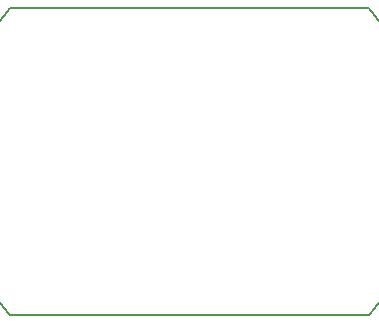
<source format=gm1>
G04 #@! TF.GenerationSoftware,KiCad,Pcbnew,no-vcs-found-d3b382c~59~ubuntu16.04.1*
G04 #@! TF.CreationDate,2017-07-25T02:28:45+01:00*
G04 #@! TF.ProjectId,breakout,627265616B6F75742E6B696361645F70,rev?*
G04 #@! TF.SameCoordinates,Original
G04 #@! TF.FileFunction,Profile,NP*
%FSLAX46Y46*%
G04 Gerber Fmt 4.6, Leading zero omitted, Abs format (unit mm)*
G04 Created by KiCad (PCBNEW no-vcs-found-d3b382c~59~ubuntu16.04.1) date Tue Jul 25 02:28:45 2017*
%MOMM*%
%LPD*%
G01*
G04 APERTURE LIST*
%ADD10C,0.150000*%
G04 APERTURE END LIST*
D10*
X84800000Y-113000000D02*
X115200000Y-113000000D01*
X84800000Y-87000000D02*
G75*
G03X84800000Y-113000000I15200000J-13000000D01*
G01*
X115200000Y-113000000D02*
G75*
G03X115200000Y-87000000I-15200000J13000000D01*
G01*
X84800000Y-87000000D02*
X115200000Y-87000000D01*
M02*

</source>
